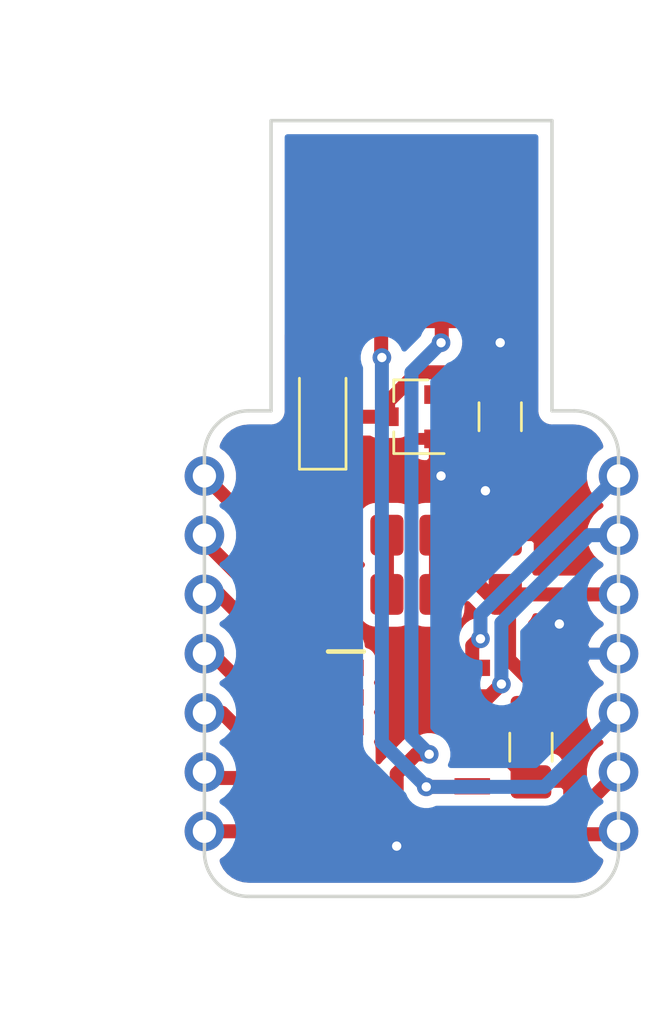
<source format=kicad_pcb>
(kicad_pcb (version 20171130) (host pcbnew 5.1.5-52549c5~84~ubuntu18.04.1)

  (general
    (thickness 1.6)
    (drawings 17)
    (tracks 119)
    (zones 0)
    (modules 12)
    (nets 19)
  )

  (page A4)
  (layers
    (0 F.Cu signal)
    (31 B.Cu signal)
    (32 B.Adhes user)
    (33 F.Adhes user)
    (34 B.Paste user)
    (35 F.Paste user)
    (36 B.SilkS user)
    (37 F.SilkS user)
    (38 B.Mask user)
    (39 F.Mask user)
    (40 Dwgs.User user)
    (41 Cmts.User user)
    (42 Eco1.User user)
    (43 Eco2.User user)
    (44 Edge.Cuts user)
    (45 Margin user)
    (46 B.CrtYd user)
    (47 F.CrtYd user)
    (48 B.Fab user)
    (49 F.Fab user)
  )

  (setup
    (last_trace_width 0.6)
    (user_trace_width 0.2032)
    (user_trace_width 0.4)
    (user_trace_width 0.5)
    (user_trace_width 0.6)
    (user_trace_width 0.8)
    (user_trace_width 1)
    (user_trace_width 2)
    (trace_clearance 0.2)
    (zone_clearance 0.508)
    (zone_45_only no)
    (trace_min 0.2)
    (via_size 0.8)
    (via_drill 0.4)
    (via_min_size 0.4)
    (via_min_drill 0.3)
    (uvia_size 0.3)
    (uvia_drill 0.1)
    (uvias_allowed no)
    (uvia_min_size 0.2)
    (uvia_min_drill 0.1)
    (edge_width 0.05)
    (segment_width 0.2)
    (pcb_text_width 0.3)
    (pcb_text_size 1.5 1.5)
    (mod_edge_width 0.12)
    (mod_text_size 1 1)
    (mod_text_width 0.15)
    (pad_size 1.7 1.7)
    (pad_drill 1)
    (pad_to_mask_clearance 0.051)
    (solder_mask_min_width 0.25)
    (pad_to_paste_clearance -0.0762)
    (aux_axis_origin 0 0)
    (visible_elements FFFFFF7F)
    (pcbplotparams
      (layerselection 0x010fc_ffffffff)
      (usegerberextensions false)
      (usegerberattributes false)
      (usegerberadvancedattributes false)
      (creategerberjobfile false)
      (excludeedgelayer true)
      (linewidth 0.100000)
      (plotframeref false)
      (viasonmask false)
      (mode 1)
      (useauxorigin false)
      (hpglpennumber 1)
      (hpglpenspeed 20)
      (hpglpendiameter 15.000000)
      (psnegative false)
      (psa4output false)
      (plotreference true)
      (plotvalue true)
      (plotinvisibletext false)
      (padsonsilk false)
      (subtractmaskfromsilk false)
      (outputformat 1)
      (mirror false)
      (drillshape 0)
      (scaleselection 1)
      (outputdirectory "/home/greynaga/Desktop/PCBs/Samd11/Breakout_02/Gerbers/"))
  )

  (net 0 "")
  (net 1 GND)
  (net 2 /PA08)
  (net 3 /PA09)
  (net 4 /PA14)
  (net 5 /PA15)
  (net 6 /PA28)
  (net 7 /PA30)
  (net 8 /PA31)
  (net 9 /PA24)
  (net 10 /PA25)
  (net 11 /PA02)
  (net 12 /PA04)
  (net 13 "Net-(D1-Pad1)")
  (net 14 "Net-(D2-Pad1)")
  (net 15 +3V3)
  (net 16 /PA05)
  (net 17 "Net-(C2-Pad1)")
  (net 18 VBUS)

  (net_class Default "This is the default net class."
    (clearance 0.2)
    (trace_width 0.25)
    (via_dia 0.8)
    (via_drill 0.4)
    (uvia_dia 0.3)
    (uvia_drill 0.1)
    (add_net +3V3)
    (add_net /PA02)
    (add_net /PA04)
    (add_net /PA05)
    (add_net /PA08)
    (add_net /PA09)
    (add_net /PA14)
    (add_net /PA15)
    (add_net /PA24)
    (add_net /PA25)
    (add_net /PA28)
    (add_net /PA30)
    (add_net /PA31)
    (add_net GND)
    (add_net "Net-(C2-Pad1)")
    (add_net "Net-(D1-Pad1)")
    (add_net "Net-(D2-Pad1)")
    (add_net VBUS)
  )

  (module Capacitor_SMD:C_1206_3216Metric_Pad1.42x1.75mm_HandSolder (layer F.Cu) (tedit 5B301BBE) (tstamp 5E01546C)
    (at 162.6108 109.4232 270)
    (descr "Capacitor SMD 1206 (3216 Metric), square (rectangular) end terminal, IPC_7351 nominal with elongated pad for handsoldering. (Body size source: http://www.tortai-tech.com/upload/download/2011102023233369053.pdf), generated with kicad-footprint-generator")
    (tags "capacitor handsolder")
    (path /5E01789F)
    (attr smd)
    (fp_text reference C1 (at 0 -1.82 90) (layer F.Fab) hide
      (effects (font (size 1 1) (thickness 0.15)))
    )
    (fp_text value 0.1uF (at 0 1.82 90) (layer F.Fab) hide
      (effects (font (size 1 1) (thickness 0.15)))
    )
    (fp_line (start -1.6 0.8) (end -1.6 -0.8) (layer F.Fab) (width 0.1))
    (fp_line (start -1.6 -0.8) (end 1.6 -0.8) (layer F.Fab) (width 0.1))
    (fp_line (start 1.6 -0.8) (end 1.6 0.8) (layer F.Fab) (width 0.1))
    (fp_line (start 1.6 0.8) (end -1.6 0.8) (layer F.Fab) (width 0.1))
    (fp_line (start -0.602064 -0.91) (end 0.602064 -0.91) (layer F.SilkS) (width 0.12))
    (fp_line (start -0.602064 0.91) (end 0.602064 0.91) (layer F.SilkS) (width 0.12))
    (fp_line (start -2.45 1.12) (end -2.45 -1.12) (layer F.CrtYd) (width 0.05))
    (fp_line (start -2.45 -1.12) (end 2.45 -1.12) (layer F.CrtYd) (width 0.05))
    (fp_line (start 2.45 -1.12) (end 2.45 1.12) (layer F.CrtYd) (width 0.05))
    (fp_line (start 2.45 1.12) (end -2.45 1.12) (layer F.CrtYd) (width 0.05))
    (fp_text user %R (at 0 0 90) (layer F.Fab)
      (effects (font (size 0.8 0.8) (thickness 0.12)))
    )
    (pad 1 smd roundrect (at -1.4875 0 270) (size 1.425 1.75) (layers F.Cu F.Paste F.Mask) (roundrect_rratio 0.175439)
      (net 15 +3V3))
    (pad 2 smd roundrect (at 1.4875 0 270) (size 1.425 1.75) (layers F.Cu F.Paste F.Mask) (roundrect_rratio 0.175439)
      (net 1 GND))
    (model ${KISYS3DMOD}/Capacitor_SMD.3dshapes/C_1206_3216Metric.wrl
      (at (xyz 0 0 0))
      (scale (xyz 1 1 1))
      (rotate (xyz 0 0 0))
    )
  )

  (module SamD11_Breakout:PinHeader_1x07_P2.54mm_Vertical (layer F.Cu) (tedit 5DFF2E53) (tstamp 5DFF346C)
    (at 148.59 97.79)
    (descr "Through hole straight pin header, 1x07, 2.54mm pitch, single row")
    (tags "Through hole pin header THT 1x07 2.54mm single row")
    (path /5E0E6EF4)
    (fp_text reference J1 (at 0 -2.33) (layer F.Fab) hide
      (effects (font (size 1 1) (thickness 0.15)))
    )
    (fp_text value Conn_01x07 (at 0 17.57) (layer F.Fab) hide
      (effects (font (size 1 1) (thickness 0.15)))
    )
    (fp_text user %R (at 0 7.62 90) (layer F.Fab)
      (effects (font (size 1 1) (thickness 0.15)))
    )
    (fp_line (start -1.27 -0.635) (end -0.635 -1.27) (layer F.Fab) (width 0.1))
    (fp_line (start -1.27 16.51) (end -1.27 -0.635) (layer F.Fab) (width 0.1))
    (fp_line (start 1.27 16.51) (end -1.27 16.51) (layer F.Fab) (width 0.1))
    (fp_line (start 1.27 -1.27) (end 1.27 16.51) (layer F.Fab) (width 0.1))
    (fp_line (start -0.635 -1.27) (end 1.27 -1.27) (layer F.Fab) (width 0.1))
    (pad 7 thru_hole oval (at 0 15.24) (size 1.7 1.7) (drill 1) (layers *.Cu *.Mask)
      (net 7 /PA30))
    (pad 6 thru_hole oval (at 0 12.7) (size 1.7 1.7) (drill 1) (layers *.Cu *.Mask)
      (net 6 /PA28))
    (pad 5 thru_hole oval (at 0 10.16) (size 1.7 1.7) (drill 1) (layers *.Cu *.Mask)
      (net 5 /PA15))
    (pad 4 thru_hole oval (at 0 7.62) (size 1.7 1.7) (drill 1) (layers *.Cu *.Mask)
      (net 4 /PA14))
    (pad 3 thru_hole oval (at 0 5.08) (size 1.7 1.7) (drill 1) (layers *.Cu *.Mask)
      (net 3 /PA09))
    (pad 2 thru_hole oval (at 0 2.54) (size 1.7 1.7) (drill 1) (layers *.Cu *.Mask)
      (net 2 /PA08))
    (pad 1 thru_hole circle (at 0 0) (size 1.7 1.7) (drill 1) (layers *.Cu *.Mask)
      (net 16 /PA05))
    (model ${KISYS3DMOD}/Connector_PinHeader_2.54mm.3dshapes/PinHeader_1x07_P2.54mm_Vertical.wrl
      (offset (xyz 0 0 -1.7))
      (scale (xyz 1 1 1))
      (rotate (xyz 0 180 0))
    )
  )

  (module SamD11_Breakout:LED_1206_3216Metric_Pad1.42x1.75mm_HandSolder (layer F.Cu) (tedit 5DFEFECF) (tstamp 5DFF33B6)
    (at 160.02 102.87)
    (descr "LED SMD 1206 (3216 Metric), square (rectangular) end terminal, IPC_7351 nominal, (Body size source: http://www.tortai-tech.com/upload/download/2011102023233369053.pdf), generated with kicad-footprint-generator")
    (tags "LED handsolder")
    (path /5E0CFB41)
    (attr smd)
    (fp_text reference D1 (at 0 0.1016) (layer F.Fab) hide
      (effects (font (size 1 1) (thickness 0.15)))
    )
    (fp_text value POWER (at 0 1.905) (layer F.Fab) hide
      (effects (font (size 1 1) (thickness 0.25)))
    )
    (fp_line (start 1.6 -0.8) (end -1.2 -0.8) (layer F.Fab) (width 0.1))
    (fp_line (start -1.2 -0.8) (end -1.6 -0.4) (layer F.Fab) (width 0.1))
    (fp_line (start -1.6 -0.4) (end -1.6 0.8) (layer F.Fab) (width 0.1))
    (fp_line (start -1.6 0.8) (end 1.6 0.8) (layer F.Fab) (width 0.1))
    (fp_line (start 1.6 0.8) (end 1.6 -0.8) (layer F.Fab) (width 0.1))
    (fp_text user %R (at 0 0) (layer F.Fab)
      (effects (font (size 0.8 0.8) (thickness 0.12)))
    )
    (pad 1 smd roundrect (at -1.4875 0) (size 1.425 1.75) (layers F.Cu F.Paste F.Mask) (roundrect_rratio 0.175439)
      (net 13 "Net-(D1-Pad1)"))
    (pad 2 smd roundrect (at 1.4875 0) (size 1.425 1.75) (layers F.Cu F.Paste F.Mask) (roundrect_rratio 0.175439)
      (net 15 +3V3))
    (model ${KISYS3DMOD}/LED_SMD.3dshapes/LED_1206_3216Metric.wrl
      (at (xyz 0 0 0))
      (scale (xyz 1 1 1))
      (rotate (xyz 0 0 0))
    )
  )

  (module SamD11_Breakout:R_1206_3216Metric_Pad1.42x1.75mm_HandSolder (layer F.Cu) (tedit 5DFEFEFF) (tstamp 5DFF3499)
    (at 154.94 100.33 180)
    (descr "Resistor SMD 1206 (3216 Metric), square (rectangular) end terminal, IPC_7351 nominal with elongated pad for handsoldering. (Body size source: http://www.tortai-tech.com/upload/download/2011102023233369053.pdf), generated with kicad-footprint-generator")
    (tags "resistor handsolder")
    (path /5E0F37E5)
    (attr smd)
    (fp_text reference R2 (at 0 1.7272) (layer F.Fab) hide
      (effects (font (size 1 1) (thickness 0.15)))
    )
    (fp_text value 1K (at 0.0254 -0.1016) (layer F.Fab) hide
      (effects (font (size 1 1) (thickness 0.15)))
    )
    (fp_line (start -1.6 0.8) (end -1.6 -0.8) (layer F.Fab) (width 0.1))
    (fp_line (start -1.6 -0.8) (end 1.6 -0.8) (layer F.Fab) (width 0.1))
    (fp_line (start 1.6 -0.8) (end 1.6 0.8) (layer F.Fab) (width 0.1))
    (fp_line (start 1.6 0.8) (end -1.6 0.8) (layer F.Fab) (width 0.1))
    (fp_text user %R (at 0 0) (layer F.Fab)
      (effects (font (size 0.8 0.8) (thickness 0.12)))
    )
    (pad 1 smd roundrect (at -1.4875 0 180) (size 1.425 1.75) (layers F.Cu F.Paste F.Mask) (roundrect_rratio 0.175439)
      (net 14 "Net-(D2-Pad1)"))
    (pad 2 smd roundrect (at 1.4875 0 180) (size 1.425 1.75) (layers F.Cu F.Paste F.Mask) (roundrect_rratio 0.175439)
      (net 1 GND))
    (model ${KISYS3DMOD}/Resistor_SMD.3dshapes/R_1206_3216Metric.wrl
      (at (xyz 0 0 0))
      (scale (xyz 1 1 1))
      (rotate (xyz 0 0 0))
    )
  )

  (module SamD11_Breakout:LED_1206_3216Metric_Pad1.42x1.75mm_HandSolder (layer F.Cu) (tedit 5DFEFECF) (tstamp 5DFF3440)
    (at 154.94 102.87 180)
    (descr "LED SMD 1206 (3216 Metric), square (rectangular) end terminal, IPC_7351 nominal, (Body size source: http://www.tortai-tech.com/upload/download/2011102023233369053.pdf), generated with kicad-footprint-generator")
    (tags "LED handsolder")
    (path /5E0F37D7)
    (attr smd)
    (fp_text reference D2 (at 0 -1.82) (layer F.Fab) hide
      (effects (font (size 1 1) (thickness 0.15)))
    )
    (fp_text value LED (at 0.254 -1.8542) (layer F.Fab) hide
      (effects (font (size 1 1) (thickness 0.25)))
    )
    (fp_line (start 1.6 -0.8) (end -1.2 -0.8) (layer F.Fab) (width 0.1))
    (fp_line (start -1.2 -0.8) (end -1.6 -0.4) (layer F.Fab) (width 0.1))
    (fp_line (start -1.6 -0.4) (end -1.6 0.8) (layer F.Fab) (width 0.1))
    (fp_line (start -1.6 0.8) (end 1.6 0.8) (layer F.Fab) (width 0.1))
    (fp_line (start 1.6 0.8) (end 1.6 -0.8) (layer F.Fab) (width 0.1))
    (fp_text user %R (at 0 0) (layer F.Fab)
      (effects (font (size 0.8 0.8) (thickness 0.12)))
    )
    (pad 1 smd roundrect (at -1.4875 0 180) (size 1.425 1.75) (layers F.Cu F.Paste F.Mask) (roundrect_rratio 0.175439)
      (net 14 "Net-(D2-Pad1)"))
    (pad 2 smd roundrect (at 1.4875 0 180) (size 1.425 1.75) (layers F.Cu F.Paste F.Mask) (roundrect_rratio 0.175439)
      (net 16 /PA05))
    (model ${KISYS3DMOD}/LED_SMD.3dshapes/LED_1206_3216Metric.wrl
      (at (xyz 0 0 0))
      (scale (xyz 1 1 1))
      (rotate (xyz 0 0 0))
    )
  )

  (module SamD11_Breakout:R_1206_3216Metric_Pad1.42x1.75mm_HandSolder (layer F.Cu) (tedit 5DFEFEFF) (tstamp 5DFF34ED)
    (at 160.02 100.33)
    (descr "Resistor SMD 1206 (3216 Metric), square (rectangular) end terminal, IPC_7351 nominal with elongated pad for handsoldering. (Body size source: http://www.tortai-tech.com/upload/download/2011102023233369053.pdf), generated with kicad-footprint-generator")
    (tags "resistor handsolder")
    (path /5E0E631B)
    (attr smd)
    (fp_text reference R1 (at 0.0508 -1.7272) (layer F.Fab) hide
      (effects (font (size 1 1) (thickness 0.15)))
    )
    (fp_text value 1K (at 0 0.1016) (layer F.Fab) hide
      (effects (font (size 1 1) (thickness 0.15)))
    )
    (fp_line (start -1.6 0.8) (end -1.6 -0.8) (layer F.Fab) (width 0.1))
    (fp_line (start -1.6 -0.8) (end 1.6 -0.8) (layer F.Fab) (width 0.1))
    (fp_line (start 1.6 -0.8) (end 1.6 0.8) (layer F.Fab) (width 0.1))
    (fp_line (start 1.6 0.8) (end -1.6 0.8) (layer F.Fab) (width 0.1))
    (fp_text user %R (at 0 0) (layer F.Fab)
      (effects (font (size 0.8 0.8) (thickness 0.12)))
    )
    (pad 1 smd roundrect (at -1.4875 0) (size 1.425 1.75) (layers F.Cu F.Paste F.Mask) (roundrect_rratio 0.175439)
      (net 13 "Net-(D1-Pad1)"))
    (pad 2 smd roundrect (at 1.4875 0) (size 1.425 1.75) (layers F.Cu F.Paste F.Mask) (roundrect_rratio 0.175439)
      (net 1 GND))
    (model ${KISYS3DMOD}/Resistor_SMD.3dshapes/R_1206_3216Metric.wrl
      (at (xyz 0 0 0))
      (scale (xyz 1 1 1))
      (rotate (xyz 0 0 0))
    )
  )

  (module SamD11_Breakout:SOIC127P600X175-14N (layer F.Cu) (tedit 5DFF142D) (tstamp 5E2D728A)
    (at 157.3784 109.8296)
    (descr "14-pin SOIC150")
    (tags "Integrated Circuit")
    (path /5DFE6907)
    (attr smd)
    (fp_text reference IC2 (at 0 0) (layer F.Fab)
      (effects (font (size 1.27 1.27) (thickness 0.254)))
    )
    (fp_text value ATSAMD11C14A-SSUT (at 0 0) (layer B.Fab) hide
      (effects (font (size 1.27 1.27) (thickness 0.254)))
    )
    (fp_line (start -3.475 -4.51) (end -1.95 -4.51) (layer F.SilkS) (width 0.2))
    (fp_line (start -1.95 -3.055) (end -0.68 -4.325) (layer F.Fab) (width 0.1))
    (fp_line (start -1.95 4.325) (end -1.95 -4.325) (layer F.Fab) (width 0.1))
    (fp_line (start 1.95 4.325) (end -1.95 4.325) (layer F.Fab) (width 0.1))
    (fp_line (start 1.95 -4.325) (end 1.95 4.325) (layer F.Fab) (width 0.1))
    (fp_line (start -1.95 -4.325) (end 1.95 -4.325) (layer F.Fab) (width 0.1))
    (fp_line (start -3.725 4.625) (end -3.725 -4.625) (layer F.CrtYd) (width 0.05))
    (fp_line (start 3.725 4.625) (end -3.725 4.625) (layer F.CrtYd) (width 0.05))
    (fp_line (start 3.725 -4.625) (end 3.725 4.625) (layer F.CrtYd) (width 0.05))
    (fp_line (start -3.725 -4.625) (end 3.725 -4.625) (layer F.CrtYd) (width 0.05))
    (fp_text user %R (at 0 0) (layer F.Fab) hide
      (effects (font (size 1.27 1.27) (thickness 0.254)))
    )
    (pad 14 smd rect (at 2.712 -3.81 90) (size 0.7 1.525) (layers F.Cu F.Paste F.Mask)
      (net 12 /PA04))
    (pad 13 smd rect (at 2.712 -2.54 90) (size 0.7 1.525) (layers F.Cu F.Paste F.Mask)
      (net 11 /PA02))
    (pad 12 smd rect (at 2.712 -1.27 90) (size 0.7 1.525) (layers F.Cu F.Paste F.Mask)
      (net 15 +3V3))
    (pad 11 smd rect (at 2.712 0 90) (size 0.7 1.525) (layers F.Cu F.Paste F.Mask)
      (net 1 GND))
    (pad 10 smd rect (at 2.712 1.27 90) (size 0.7 1.525) (layers F.Cu F.Paste F.Mask)
      (net 10 /PA25))
    (pad 9 smd rect (at 2.712 2.54 90) (size 0.7 1.525) (layers F.Cu F.Paste F.Mask)
      (net 9 /PA24))
    (pad 8 smd rect (at 2.712 3.81 90) (size 0.7 1.525) (layers F.Cu F.Paste F.Mask)
      (net 8 /PA31))
    (pad 7 smd rect (at -2.712 3.81 90) (size 0.7 1.525) (layers F.Cu F.Paste F.Mask)
      (net 7 /PA30))
    (pad 6 smd rect (at -2.712 2.54 90) (size 0.7 1.525) (layers F.Cu F.Paste F.Mask)
      (net 6 /PA28))
    (pad 5 smd rect (at -2.712 1.27 90) (size 0.7 1.525) (layers F.Cu F.Paste F.Mask)
      (net 5 /PA15))
    (pad 4 smd rect (at -2.712 0 90) (size 0.7 1.525) (layers F.Cu F.Paste F.Mask)
      (net 4 /PA14))
    (pad 3 smd rect (at -2.712 -1.27 90) (size 0.7 1.525) (layers F.Cu F.Paste F.Mask)
      (net 3 /PA09))
    (pad 2 smd rect (at -2.712 -2.54 90) (size 0.7 1.525) (layers F.Cu F.Paste F.Mask)
      (net 2 /PA08))
    (pad 1 smd rect (at -2.712 -3.81 90) (size 0.7 1.525) (layers F.Cu F.Paste F.Mask)
      (net 16 /PA05))
    (model ${KISYS3DMOD}/SamacSys_Parts.3dshapes/ATSAMD11C14A-SSUT.stp
      (at (xyz 0 0 0))
      (scale (xyz 1 1 1))
      (rotate (xyz 0 0 0))
    )
    (model ${KISYS3DMOD}/Package_SO.3dshapes/SOIC-14_3.9x8.7mm_P1.27mm.wrl
      (at (xyz 0 0 0))
      (scale (xyz 1 1 1))
      (rotate (xyz 0 0 0))
    )
  )

  (module SamD11_Breakout:PinHeader_1x07_P2.54mm_Vertical (layer F.Cu) (tedit 5DFF2E53) (tstamp 5DFF34C0)
    (at 166.37 97.79)
    (descr "Through hole straight pin header, 1x07, 2.54mm pitch, single row")
    (tags "Through hole pin header THT 1x07 2.54mm single row")
    (path /5E0D8F16)
    (fp_text reference J2 (at 0 -2.33) (layer F.Fab) hide
      (effects (font (size 1 1) (thickness 0.15)))
    )
    (fp_text value Conn_01x07 (at 0 17.57) (layer F.Fab) hide
      (effects (font (size 1 1) (thickness 0.15)))
    )
    (fp_text user %R (at 0 7.62 90) (layer F.Fab)
      (effects (font (size 1 1) (thickness 0.15)))
    )
    (fp_line (start -1.27 -0.635) (end -0.635 -1.27) (layer F.Fab) (width 0.1))
    (fp_line (start -1.27 16.51) (end -1.27 -0.635) (layer F.Fab) (width 0.1))
    (fp_line (start 1.27 16.51) (end -1.27 16.51) (layer F.Fab) (width 0.1))
    (fp_line (start 1.27 -1.27) (end 1.27 16.51) (layer F.Fab) (width 0.1))
    (fp_line (start -0.635 -1.27) (end 1.27 -1.27) (layer F.Fab) (width 0.1))
    (pad 7 thru_hole oval (at 0 15.24) (size 1.7 1.7) (drill 1) (layers *.Cu *.Mask)
      (net 8 /PA31))
    (pad 6 thru_hole oval (at 0 12.7) (size 1.7 1.7) (drill 1) (layers *.Cu *.Mask)
      (net 9 /PA24))
    (pad 5 thru_hole oval (at 0 10.16) (size 1.7 1.7) (drill 1) (layers *.Cu *.Mask)
      (net 10 /PA25))
    (pad 4 thru_hole oval (at 0 7.62) (size 1.7 1.7) (drill 1) (layers *.Cu *.Mask)
      (net 1 GND))
    (pad 3 thru_hole oval (at 0 5.08) (size 1.7 1.7) (drill 1) (layers *.Cu *.Mask)
      (net 15 +3V3))
    (pad 2 thru_hole oval (at 0 2.54) (size 1.7 1.7) (drill 1) (layers *.Cu *.Mask)
      (net 11 /PA02))
    (pad 1 thru_hole circle (at 0 0) (size 1.7 1.7) (drill 1) (layers *.Cu *.Mask)
      (net 12 /PA04))
    (model ${KISYS3DMOD}/Connector_PinHeader_2.54mm.3dshapes/PinHeader_1x07_P2.54mm_Vertical.wrl
      (offset (xyz 0 0 -1.7))
      (scale (xyz 1 1 1))
      (rotate (xyz 0 180 0))
    )
  )

  (module Capacitor_SMD:C_1206_3216Metric_Pad1.42x1.75mm_HandSolder (layer F.Cu) (tedit 5B301BBE) (tstamp 5E2D6932)
    (at 161.29 95.25 270)
    (descr "Capacitor SMD 1206 (3216 Metric), square (rectangular) end terminal, IPC_7351 nominal with elongated pad for handsoldering. (Body size source: http://www.tortai-tech.com/upload/download/2011102023233369053.pdf), generated with kicad-footprint-generator")
    (tags "capacitor handsolder")
    (path /5E337A47)
    (attr smd)
    (fp_text reference C2 (at 0 -1.82 90) (layer F.Fab) hide
      (effects (font (size 1 1) (thickness 0.15)))
    )
    (fp_text value 1uF (at 0 1.82 90) (layer F.Fab)
      (effects (font (size 1 1) (thickness 0.15)))
    )
    (fp_text user %R (at 0 0 90) (layer F.Fab)
      (effects (font (size 0.8 0.8) (thickness 0.12)))
    )
    (fp_line (start 2.45 1.12) (end -2.45 1.12) (layer F.CrtYd) (width 0.05))
    (fp_line (start 2.45 -1.12) (end 2.45 1.12) (layer F.CrtYd) (width 0.05))
    (fp_line (start -2.45 -1.12) (end 2.45 -1.12) (layer F.CrtYd) (width 0.05))
    (fp_line (start -2.45 1.12) (end -2.45 -1.12) (layer F.CrtYd) (width 0.05))
    (fp_line (start -0.602064 0.91) (end 0.602064 0.91) (layer F.SilkS) (width 0.12))
    (fp_line (start -0.602064 -0.91) (end 0.602064 -0.91) (layer F.SilkS) (width 0.12))
    (fp_line (start 1.6 0.8) (end -1.6 0.8) (layer F.Fab) (width 0.1))
    (fp_line (start 1.6 -0.8) (end 1.6 0.8) (layer F.Fab) (width 0.1))
    (fp_line (start -1.6 -0.8) (end 1.6 -0.8) (layer F.Fab) (width 0.1))
    (fp_line (start -1.6 0.8) (end -1.6 -0.8) (layer F.Fab) (width 0.1))
    (pad 2 smd roundrect (at 1.4875 0 270) (size 1.425 1.75) (layers F.Cu F.Paste F.Mask) (roundrect_rratio 0.175439)
      (net 1 GND))
    (pad 1 smd roundrect (at -1.4875 0 270) (size 1.425 1.75) (layers F.Cu F.Paste F.Mask) (roundrect_rratio 0.175439)
      (net 17 "Net-(C2-Pad1)"))
    (model ${KISYS3DMOD}/Capacitor_SMD.3dshapes/C_1206_3216Metric.wrl
      (at (xyz 0 0 0))
      (scale (xyz 1 1 1))
      (rotate (xyz 0 0 0))
    )
  )

  (module Diode_SMD:D_SOD-123 (layer F.Cu) (tedit 58645DC7) (tstamp 5E2D694B)
    (at 153.67 95.25 90)
    (descr SOD-123)
    (tags SOD-123)
    (path /5E32BE5F)
    (attr smd)
    (fp_text reference D3 (at 0 -2 90) (layer F.Fab) hide
      (effects (font (size 1 1) (thickness 0.15)))
    )
    (fp_text value MBRA140 (at 0 2.1 90) (layer F.Fab) hide
      (effects (font (size 1 1) (thickness 0.15)))
    )
    (fp_text user %R (at 0 -2 90) (layer F.Fab) hide
      (effects (font (size 1 1) (thickness 0.15)))
    )
    (fp_line (start -2.25 -1) (end -2.25 1) (layer F.SilkS) (width 0.12))
    (fp_line (start 0.25 0) (end 0.75 0) (layer F.Fab) (width 0.1))
    (fp_line (start 0.25 0.4) (end -0.35 0) (layer F.Fab) (width 0.1))
    (fp_line (start 0.25 -0.4) (end 0.25 0.4) (layer F.Fab) (width 0.1))
    (fp_line (start -0.35 0) (end 0.25 -0.4) (layer F.Fab) (width 0.1))
    (fp_line (start -0.35 0) (end -0.35 0.55) (layer F.Fab) (width 0.1))
    (fp_line (start -0.35 0) (end -0.35 -0.55) (layer F.Fab) (width 0.1))
    (fp_line (start -0.75 0) (end -0.35 0) (layer F.Fab) (width 0.1))
    (fp_line (start -1.4 0.9) (end -1.4 -0.9) (layer F.Fab) (width 0.1))
    (fp_line (start 1.4 0.9) (end -1.4 0.9) (layer F.Fab) (width 0.1))
    (fp_line (start 1.4 -0.9) (end 1.4 0.9) (layer F.Fab) (width 0.1))
    (fp_line (start -1.4 -0.9) (end 1.4 -0.9) (layer F.Fab) (width 0.1))
    (fp_line (start -2.35 -1.15) (end 2.35 -1.15) (layer F.CrtYd) (width 0.05))
    (fp_line (start 2.35 -1.15) (end 2.35 1.15) (layer F.CrtYd) (width 0.05))
    (fp_line (start 2.35 1.15) (end -2.35 1.15) (layer F.CrtYd) (width 0.05))
    (fp_line (start -2.35 -1.15) (end -2.35 1.15) (layer F.CrtYd) (width 0.05))
    (fp_line (start -2.25 1) (end 1.65 1) (layer F.SilkS) (width 0.12))
    (fp_line (start -2.25 -1) (end 1.65 -1) (layer F.SilkS) (width 0.12))
    (pad 1 smd rect (at -1.65 0 90) (size 0.9 1.2) (layers F.Cu F.Paste F.Mask)
      (net 17 "Net-(C2-Pad1)"))
    (pad 2 smd rect (at 1.65 0 90) (size 0.9 1.2) (layers F.Cu F.Paste F.Mask)
      (net 18 VBUS))
    (model ${KISYS3DMOD}/Diode_SMD.3dshapes/D_SOD-123.wrl
      (at (xyz 0 0 0))
      (scale (xyz 1 1 1))
      (rotate (xyz 0 0 0))
    )
  )

  (module Package_TO_SOT_SMD:SOT-23 (layer F.Cu) (tedit 5A02FF57) (tstamp 5E2D6960)
    (at 157.48 95.25 180)
    (descr "SOT-23, Standard")
    (tags SOT-23)
    (path /5E3215AD)
    (attr smd)
    (fp_text reference U1 (at 0 -2.5) (layer F.Fab) hide
      (effects (font (size 1 1) (thickness 0.15)))
    )
    (fp_text value MCP1700-3302E_SOT23 (at 0 2.5) (layer F.Fab) hide
      (effects (font (size 1 1) (thickness 0.15)))
    )
    (fp_line (start 0.76 1.58) (end -0.7 1.58) (layer F.SilkS) (width 0.12))
    (fp_line (start 0.76 -1.58) (end -1.4 -1.58) (layer F.SilkS) (width 0.12))
    (fp_line (start -1.7 1.75) (end -1.7 -1.75) (layer F.CrtYd) (width 0.05))
    (fp_line (start 1.7 1.75) (end -1.7 1.75) (layer F.CrtYd) (width 0.05))
    (fp_line (start 1.7 -1.75) (end 1.7 1.75) (layer F.CrtYd) (width 0.05))
    (fp_line (start -1.7 -1.75) (end 1.7 -1.75) (layer F.CrtYd) (width 0.05))
    (fp_line (start 0.76 -1.58) (end 0.76 -0.65) (layer F.SilkS) (width 0.12))
    (fp_line (start 0.76 1.58) (end 0.76 0.65) (layer F.SilkS) (width 0.12))
    (fp_line (start -0.7 1.52) (end 0.7 1.52) (layer F.Fab) (width 0.1))
    (fp_line (start 0.7 -1.52) (end 0.7 1.52) (layer F.Fab) (width 0.1))
    (fp_line (start -0.7 -0.95) (end -0.15 -1.52) (layer F.Fab) (width 0.1))
    (fp_line (start -0.15 -1.52) (end 0.7 -1.52) (layer F.Fab) (width 0.1))
    (fp_line (start -0.7 -0.95) (end -0.7 1.5) (layer F.Fab) (width 0.1))
    (fp_text user %R (at 0 0 90) (layer F.Fab)
      (effects (font (size 0.5 0.5) (thickness 0.075)))
    )
    (pad 3 smd rect (at 1 0 180) (size 0.9 0.8) (layers F.Cu F.Paste F.Mask)
      (net 17 "Net-(C2-Pad1)"))
    (pad 2 smd rect (at -1 0.95 180) (size 0.9 0.8) (layers F.Cu F.Paste F.Mask)
      (net 15 +3V3))
    (pad 1 smd rect (at -1 -0.95 180) (size 0.9 0.8) (layers F.Cu F.Paste F.Mask)
      (net 1 GND))
    (model ${KISYS3DMOD}/Package_TO_SOT_SMD.3dshapes/SOT-23.wrl
      (at (xyz 0 0 0))
      (scale (xyz 1 1 1))
      (rotate (xyz 0 0 0))
    )
  )

  (module Connector_USB:USB_A_Plug_PCB (layer F.Cu) (tedit 542BB0AF) (tstamp 5E2D696B)
    (at 157.48 82.55 180)
    (path /5E45D4F1)
    (attr virtual)
    (fp_text reference U2 (at 0.13 -7.85 180) (layer F.SilkS) hide
      (effects (font (size 1.5 1.5) (thickness 0.15)))
    )
    (fp_text value USB_A_Plug_PCB (at 0.29 -10.13 180) (layer F.SilkS) hide
      (effects (font (size 1.5 1.5) (thickness 0.15)))
    )
    (fp_line (start -6.03 0) (end -6.03 -12) (layer Dwgs.User) (width 0.15))
    (fp_line (start 6.03 0) (end -6.03 0) (layer Dwgs.User) (width 0.15))
    (fp_line (start 6.03 0) (end 6.03 -12) (layer Dwgs.User) (width 0.15))
    (pad 2 connect rect (at 1.3 -5.15 180) (size 2 7.5) (layers F.Cu F.Mask)
      (net 10 /PA25))
    (pad 3 connect rect (at -1.3 -5.15 180) (size 2 7.5) (layers F.Cu F.Mask)
      (net 9 /PA24))
    (pad 4 connect rect (at -3.81 -4.9 180) (size 1.9 8) (layers F.Cu F.Mask)
      (net 1 GND))
    (pad 1 connect rect (at 3.81 -4.9 180) (size 1.9 8) (layers F.Cu F.Mask)
      (net 18 VBUS))
  )

  (gr_arc (start 164.465 113.919) (end 164.465 115.824) (angle -90) (layer Edge.Cuts) (width 0.15) (tstamp 5E2D7B4F))
  (gr_arc (start 150.495 113.919) (end 148.59 113.919) (angle -90) (layer Edge.Cuts) (width 0.15) (tstamp 5E2D7B3C))
  (gr_line (start 163.5125 82.55) (end 163.5125 94.996) (layer Edge.Cuts) (width 0.15) (tstamp 5E2D57FE))
  (gr_line (start 151.4525 82.555) (end 151.4525 94.996) (layer Edge.Cuts) (width 0.15) (tstamp 5E2D57EC))
  (dimension 12.06 (width 0.15) (layer Dwgs.User)
    (gr_text "12.060 mm" (at 157.48 80.8182) (layer Dwgs.User)
      (effects (font (size 1 1) (thickness 0.15)))
    )
    (feature1 (pts (xy 163.51 83.185) (xy 163.51 81.531779)))
    (feature2 (pts (xy 151.45 83.185) (xy 151.45 81.531779)))
    (crossbar (pts (xy 151.45 82.1182) (xy 163.51 82.1182)))
    (arrow1a (pts (xy 163.51 82.1182) (xy 162.383496 82.704621)))
    (arrow1b (pts (xy 163.51 82.1182) (xy 162.383496 81.531779)))
    (arrow2a (pts (xy 151.45 82.1182) (xy 152.576504 82.704621)))
    (arrow2b (pts (xy 151.45 82.1182) (xy 152.576504 81.531779)))
  )
  (gr_line (start 151.4525 82.55) (end 163.5125 82.55) (layer Edge.Cuts) (width 0.15) (tstamp 5E2D57D9))
  (gr_line (start 163.5125 94.996) (end 164.465 94.996) (layer Edge.Cuts) (width 0.15) (tstamp 5E2D578F))
  (dimension 19.05 (width 0.12) (layer F.Fab) (tstamp 5E2D7264)
    (gr_text "19.050 mm" (at 143.51 105.41 90) (layer F.Fab) (tstamp 5E2D7264)
      (effects (font (size 1 1) (thickness 0.15)) hide)
    )
    (feature1 (pts (xy 149.86 95.885) (xy 144.193579 95.885)))
    (feature2 (pts (xy 149.86 114.935) (xy 144.193579 114.935)))
    (crossbar (pts (xy 144.78 114.935) (xy 144.78 95.885)))
    (arrow1a (pts (xy 144.78 95.885) (xy 145.366421 97.011504)))
    (arrow1b (pts (xy 144.78 95.885) (xy 144.193579 97.011504)))
    (arrow2a (pts (xy 144.78 114.935) (xy 145.366421 113.808496)))
    (arrow2b (pts (xy 144.78 114.935) (xy 144.193579 113.808496)))
  )
  (dimension 20.32 (width 0.12) (layer F.Fab) (tstamp 5E2D726A)
    (gr_text "20.320 mm" (at 157.48 121.92) (layer F.Fab) (tstamp 5E2D726A)
      (effects (font (size 1 1) (thickness 0.15)) hide)
    )
    (feature1 (pts (xy 147.32 113.03) (xy 147.32 121.236421)))
    (feature2 (pts (xy 167.64 113.03) (xy 167.64 121.236421)))
    (crossbar (pts (xy 167.64 120.65) (xy 147.32 120.65)))
    (arrow1a (pts (xy 147.32 120.65) (xy 148.446504 120.063579)))
    (arrow1b (pts (xy 147.32 120.65) (xy 148.446504 121.236421)))
    (arrow2a (pts (xy 167.64 120.65) (xy 166.513496 120.063579)))
    (arrow2b (pts (xy 167.64 120.65) (xy 166.513496 121.236421)))
  )
  (dimension 17.78 (width 0.12) (layer F.Fab) (tstamp 5DFF28F9)
    (gr_text "17.780 mm" (at 157.48 78.105) (layer F.Fab) (tstamp 5DFF28F9)
      (effects (font (size 1 1) (thickness 0.15)) hide)
    )
    (feature1 (pts (xy 166.37 97.79) (xy 166.37 78.788579)))
    (feature2 (pts (xy 148.59 97.79) (xy 148.59 78.788579)))
    (crossbar (pts (xy 148.59 79.375) (xy 166.37 79.375)))
    (arrow1a (pts (xy 166.37 79.375) (xy 165.243496 79.961421)))
    (arrow1b (pts (xy 166.37 79.375) (xy 165.243496 78.788579)))
    (arrow2a (pts (xy 148.59 79.375) (xy 149.716504 79.961421)))
    (arrow2b (pts (xy 148.59 79.375) (xy 149.716504 78.788579)))
  )
  (gr_arc (start 150.495 96.901) (end 150.495 94.996) (angle -90) (layer Edge.Cuts) (width 0.15) (tstamp 5DFF34AE))
  (dimension 8.89 (width 0.12) (layer F.Fab) (tstamp 5E2D725E)
    (gr_text "8.890 mm" (at 153.035 118.11) (layer F.Fab) (tstamp 5E2D725E)
      (effects (font (size 1 1) (thickness 0.15)) hide)
    )
    (feature1 (pts (xy 157.48 97.79) (xy 157.48 117.426421)))
    (feature2 (pts (xy 148.59 97.79) (xy 148.59 117.426421)))
    (crossbar (pts (xy 148.59 116.84) (xy 157.48 116.84)))
    (arrow1a (pts (xy 157.48 116.84) (xy 156.353496 117.426421)))
    (arrow1b (pts (xy 157.48 116.84) (xy 156.353496 116.253579)))
    (arrow2a (pts (xy 148.59 116.84) (xy 149.716504 117.426421)))
    (arrow2b (pts (xy 148.59 116.84) (xy 149.716504 116.253579)))
  )
  (gr_line (start 148.59 113.919) (end 148.59 96.901) (layer Edge.Cuts) (width 0.15) (tstamp 5DFF33A6))
  (gr_line (start 164.465 115.824) (end 150.495 115.824) (layer Edge.Cuts) (width 0.15) (tstamp 5E2D72D7))
  (gr_arc (start 164.465 96.901) (end 166.37 96.901) (angle -90) (layer Edge.Cuts) (width 0.15) (tstamp 5DFF33CD))
  (gr_line (start 166.37 96.901) (end 166.37 113.919) (layer Edge.Cuts) (width 0.15) (tstamp 5E2D8154))
  (gr_line (start 150.495 94.996) (end 151.4525 94.996) (layer Edge.Cuts) (width 0.15) (tstamp 5DFF3457))

  (segment (start 161.5297 109.8296) (end 162.6108 110.9107) (width 0.6) (layer F.Cu) (net 1))
  (segment (start 160.0904 109.8296) (end 161.5297 109.8296) (width 0.6) (layer F.Cu) (net 1))
  (via (at 161.29 92.075) (size 0.8) (drill 0.4) (layers F.Cu B.Cu) (net 1))
  (segment (start 161.29 87.45) (end 161.29 92.075) (width 0.6) (layer F.Cu) (net 1))
  (via (at 156.845 113.665) (size 0.8) (drill 0.4) (layers F.Cu B.Cu) (net 1))
  (via (at 163.83 104.14) (size 0.8) (drill 0.4) (layers F.Cu B.Cu) (net 1))
  (via (at 158.75 97.79) (size 0.8) (drill 0.4) (layers F.Cu B.Cu) (net 1))
  (segment (start 158.75 96.47) (end 158.48 96.2) (width 0.6) (layer F.Cu) (net 1))
  (segment (start 158.75 97.79) (end 158.75 96.47) (width 0.6) (layer F.Cu) (net 1))
  (segment (start 159.0675 97.79) (end 158.75 97.79) (width 0.6) (layer B.Cu) (net 1))
  (segment (start 161.29 92.075) (end 161.29 95.5675) (width 0.6) (layer B.Cu) (net 1))
  (segment (start 161.29 95.5675) (end 159.0675 97.79) (width 0.6) (layer B.Cu) (net 1))
  (segment (start 158.75 97.79) (end 159.385 98.425) (width 0.6) (layer B.Cu) (net 1))
  (via (at 160.655 98.425) (size 0.8) (drill 0.4) (layers F.Cu B.Cu) (net 1))
  (segment (start 159.385 98.425) (end 160.655 98.425) (width 0.6) (layer B.Cu) (net 1))
  (segment (start 160.655 98.425) (end 161.29 97.79) (width 0.6) (layer F.Cu) (net 1))
  (segment (start 161.29 97.79) (end 161.29 96.7375) (width 0.6) (layer F.Cu) (net 1))
  (segment (start 153.5176 107.2896) (end 154.6664 107.2896) (width 0.6) (layer F.Cu) (net 2))
  (segment (start 152.4 106.172) (end 153.5176 107.2896) (width 0.6) (layer F.Cu) (net 2))
  (segment (start 152.4 104.394) (end 152.4 106.172) (width 0.6) (layer F.Cu) (net 2))
  (segment (start 148.59 100.33) (end 148.59 100.584) (width 0.6) (layer F.Cu) (net 2))
  (segment (start 148.59 100.584) (end 152.4 104.394) (width 0.6) (layer F.Cu) (net 2))
  (segment (start 149.225 102.87) (end 148.59 102.87) (width 0.6) (layer F.Cu) (net 3))
  (segment (start 151.511 105.156) (end 149.225 102.87) (width 0.6) (layer F.Cu) (net 3))
  (segment (start 151.511 106.68) (end 151.511 105.156) (width 0.6) (layer F.Cu) (net 3))
  (segment (start 154.6664 108.5596) (end 153.3906 108.5596) (width 0.6) (layer F.Cu) (net 3))
  (segment (start 153.3906 108.5596) (end 151.511 106.68) (width 0.6) (layer F.Cu) (net 3))
  (segment (start 148.9075 105.41) (end 148.59 105.41) (width 0.6) (layer F.Cu) (net 4))
  (segment (start 154.6664 109.8296) (end 153.3271 109.8296) (width 0.6) (layer F.Cu) (net 4))
  (segment (start 153.3271 109.8296) (end 148.9075 105.41) (width 0.6) (layer F.Cu) (net 4))
  (segment (start 150.749 109.347) (end 149.352 107.95) (width 0.6) (layer F.Cu) (net 5))
  (segment (start 149.352 107.95) (end 148.59 107.95) (width 0.6) (layer F.Cu) (net 5))
  (segment (start 151.384 109.347) (end 150.749 109.347) (width 0.6) (layer F.Cu) (net 5))
  (segment (start 154.6664 111.0996) (end 153.1366 111.0996) (width 0.6) (layer F.Cu) (net 5))
  (segment (start 153.1366 111.0996) (end 151.384 109.347) (width 0.6) (layer F.Cu) (net 5))
  (segment (start 148.844 110.744) (end 148.59 110.49) (width 0.6) (layer F.Cu) (net 6))
  (segment (start 151.384 110.744) (end 148.844 110.744) (width 0.6) (layer F.Cu) (net 6))
  (segment (start 154.6664 112.3696) (end 153.0096 112.3696) (width 0.6) (layer F.Cu) (net 6))
  (segment (start 153.0096 112.3696) (end 151.384 110.744) (width 0.6) (layer F.Cu) (net 6))
  (segment (start 154.6664 113.6396) (end 153.0096 113.6396) (width 0.6) (layer F.Cu) (net 7))
  (segment (start 153.0096 113.6396) (end 152.4 113.03) (width 0.6) (layer F.Cu) (net 7))
  (segment (start 152.4 113.03) (end 148.59 113.03) (width 0.6) (layer F.Cu) (net 7))
  (segment (start 161.925 113.157) (end 166.243 113.157) (width 0.6) (layer F.Cu) (net 8))
  (segment (start 161.417 113.665) (end 161.925 113.157) (width 0.6) (layer F.Cu) (net 8))
  (segment (start 160.0904 113.6396) (end 160.1158 113.665) (width 0.6) (layer F.Cu) (net 8))
  (segment (start 166.243 113.157) (end 166.37 113.03) (width 0.6) (layer F.Cu) (net 8))
  (segment (start 160.1158 113.665) (end 161.417 113.665) (width 0.6) (layer F.Cu) (net 8))
  (via (at 158.242 109.728) (size 0.8) (drill 0.4) (layers F.Cu B.Cu) (net 9))
  (segment (start 156.845 110.559315) (end 157.676315 109.728) (width 0.6) (layer F.Cu) (net 9))
  (segment (start 156.845 111.633) (end 156.845 110.559315) (width 0.6) (layer F.Cu) (net 9))
  (segment (start 157.676315 109.728) (end 158.242 109.728) (width 0.6) (layer F.Cu) (net 9))
  (segment (start 160.0904 112.3696) (end 157.5816 112.3696) (width 0.6) (layer F.Cu) (net 9))
  (segment (start 157.5816 112.3696) (end 156.845 111.633) (width 0.6) (layer F.Cu) (net 9))
  (segment (start 158.78 92.045) (end 158.75 92.075) (width 0.6) (layer F.Cu) (net 9))
  (via (at 158.75 92.075) (size 0.8) (drill 0.4) (layers F.Cu B.Cu) (net 9))
  (segment (start 158.78 87.7) (end 158.78 92.045) (width 0.6) (layer F.Cu) (net 9))
  (segment (start 164.503011 112.356989) (end 165.520001 111.339999) (width 0.6) (layer F.Cu) (net 9))
  (segment (start 165.520001 111.339999) (end 166.37 110.49) (width 0.6) (layer F.Cu) (net 9))
  (segment (start 161.465511 112.356989) (end 164.503011 112.356989) (width 0.6) (layer F.Cu) (net 9))
  (segment (start 161.4529 112.3696) (end 161.465511 112.356989) (width 0.6) (layer F.Cu) (net 9))
  (segment (start 160.0904 112.3696) (end 161.4529 112.3696) (width 0.6) (layer F.Cu) (net 9))
  (segment (start 157.48 108.966) (end 158.242 109.728) (width 0.6) (layer B.Cu) (net 9))
  (segment (start 158.75 92.075) (end 157.48 93.345) (width 0.6) (layer B.Cu) (net 9))
  (segment (start 157.48 93.345) (end 157.48 108.966) (width 0.6) (layer B.Cu) (net 9))
  (segment (start 166.37 107.95) (end 163.195 111.125) (width 0.6) (layer B.Cu) (net 10))
  (segment (start 163.195 111.125) (end 158.115 111.125) (width 0.6) (layer B.Cu) (net 10))
  (via (at 158.115 111.125) (size 0.8) (drill 0.4) (layers F.Cu B.Cu) (net 10))
  (segment (start 160.065 111.125) (end 160.0904 111.0996) (width 0.6) (layer F.Cu) (net 10))
  (segment (start 158.115 111.125) (end 160.065 111.125) (width 0.6) (layer F.Cu) (net 10))
  (via (at 156.21 92.71) (size 0.8) (drill 0.4) (layers F.Cu B.Cu) (net 10))
  (segment (start 156.18 87.7) (end 156.18 92.68) (width 0.6) (layer F.Cu) (net 10))
  (segment (start 156.18 92.68) (end 156.21 92.71) (width 0.6) (layer F.Cu) (net 10))
  (segment (start 156.21 109.22) (end 158.115 111.125) (width 0.6) (layer B.Cu) (net 10))
  (segment (start 156.21 92.71) (end 156.21 109.22) (width 0.6) (layer B.Cu) (net 10))
  (via (at 161.3421 106.716998) (size 0.8) (drill 0.4) (layers F.Cu B.Cu) (net 11))
  (segment (start 160.0904 107.2896) (end 160.769498 107.2896) (width 0.6) (layer F.Cu) (net 11))
  (segment (start 160.769498 107.2896) (end 161.3421 106.716998) (width 0.6) (layer F.Cu) (net 11))
  (segment (start 165.1 100.33) (end 166.37 100.33) (width 0.6) (layer B.Cu) (net 11))
  (segment (start 161.3421 104.0879) (end 165.1 100.33) (width 0.6) (layer B.Cu) (net 11))
  (segment (start 161.3421 106.716998) (end 161.3421 104.0879) (width 0.6) (layer B.Cu) (net 11))
  (segment (start 160.385 104.775) (end 160.44209 104.775) (width 0.6) (layer F.Cu) (net 12))
  (segment (start 166.37 97.79) (end 160.44209 103.71791) (width 0.6) (layer B.Cu) (net 12))
  (segment (start 160.0904 105.0696) (end 160.385 104.775) (width 0.6) (layer F.Cu) (net 12))
  (segment (start 160.0904 106.0196) (end 160.0904 105.0696) (width 0.6) (layer F.Cu) (net 12))
  (via (at 160.44209 104.775) (size 0.8) (drill 0.4) (layers F.Cu B.Cu) (net 12))
  (segment (start 160.44209 103.71791) (end 160.44209 104.775) (width 0.6) (layer B.Cu) (net 12))
  (segment (start 158.5325 100.33) (end 158.5325 102.87) (width 0.6) (layer F.Cu) (net 13))
  (segment (start 156.4275 100.33) (end 156.4275 102.87) (width 0.6) (layer F.Cu) (net 14))
  (segment (start 159.74501 101.82001) (end 160.795 102.87) (width 0.6) (layer F.Cu) (net 15))
  (segment (start 159.74501 95.51501) (end 159.74501 101.82001) (width 0.6) (layer F.Cu) (net 15))
  (segment (start 160.795 102.87) (end 161.5075 102.87) (width 0.6) (layer F.Cu) (net 15))
  (segment (start 158.53 94.3) (end 159.74501 95.51501) (width 0.6) (layer F.Cu) (net 15))
  (segment (start 158.48 94.3) (end 158.53 94.3) (width 0.6) (layer F.Cu) (net 15))
  (segment (start 166.37 102.87) (end 165.167919 102.87) (width 0.6) (layer F.Cu) (net 15))
  (segment (start 162.5965 107.95) (end 162.6108 107.9357) (width 0.6) (layer F.Cu) (net 15))
  (segment (start 161.671 107.95) (end 162.5965 107.95) (width 0.6) (layer F.Cu) (net 15))
  (segment (start 160.0904 108.5596) (end 161.0614 108.5596) (width 0.6) (layer F.Cu) (net 15))
  (segment (start 161.0614 108.5596) (end 161.671 107.95) (width 0.6) (layer F.Cu) (net 15))
  (segment (start 165.167919 102.87) (end 161.5075 102.87) (width 0.6) (layer F.Cu) (net 15))
  (segment (start 161.671 103.0335) (end 161.5075 102.87) (width 0.6) (layer F.Cu) (net 15))
  (segment (start 161.671 105.664) (end 161.671 103.0335) (width 0.6) (layer F.Cu) (net 15))
  (segment (start 162.6108 107.9357) (end 162.6108 106.6038) (width 0.6) (layer F.Cu) (net 15))
  (segment (start 162.6108 106.6038) (end 161.671 105.664) (width 0.6) (layer F.Cu) (net 15))
  (segment (start 153.4525 103.9225) (end 153.4525 102.87) (width 0.6) (layer F.Cu) (net 16))
  (segment (start 154.6664 106.0196) (end 154.6664 105.1364) (width 0.6) (layer F.Cu) (net 16))
  (segment (start 154.6664 105.1364) (end 153.4525 103.9225) (width 0.6) (layer F.Cu) (net 16))
  (segment (start 152.4 102.87) (end 153.4525 102.87) (width 0.6) (layer F.Cu) (net 16))
  (segment (start 150.495 100.965) (end 152.4 102.87) (width 0.6) (layer F.Cu) (net 16))
  (segment (start 148.59 97.79) (end 150.495 99.695) (width 0.6) (layer F.Cu) (net 16))
  (segment (start 150.495 99.695) (end 150.495 100.965) (width 0.6) (layer F.Cu) (net 16))
  (segment (start 153.67 95.885) (end 154.305 95.25) (width 0.6) (layer F.Cu) (net 17))
  (segment (start 153.67 96.9) (end 153.67 95.885) (width 0.6) (layer F.Cu) (net 17))
  (segment (start 154.305 95.25) (end 156.48 95.25) (width 0.6) (layer F.Cu) (net 17))
  (segment (start 156.48 95.25) (end 156.48 94.599) (width 0.6) (layer F.Cu) (net 17))
  (segment (start 156.48 94.599) (end 157.734 93.345) (width 0.6) (layer F.Cu) (net 17))
  (segment (start 157.734 93.345) (end 160.02 93.345) (width 0.6) (layer F.Cu) (net 17))
  (segment (start 160.02 93.345) (end 160.4375 93.7625) (width 0.6) (layer F.Cu) (net 17))
  (segment (start 160.4375 93.7625) (end 161.29 93.7625) (width 0.6) (layer F.Cu) (net 17))
  (segment (start 153.67 87.45) (end 153.67 93.6) (width 0.6) (layer F.Cu) (net 18))

  (zone (net 1) (net_name GND) (layer F.Cu) (tstamp 5E2D8BC7) (hatch edge 0.508)
    (connect_pads (clearance 0.508))
    (min_thickness 0.254)
    (fill yes (arc_segments 32) (thermal_gap 0.508) (thermal_bridge_width 0.508))
    (polygon
      (pts
        (xy 167.64 116.205) (xy 147.32 116.205) (xy 147.32 81.28) (xy 167.64 81.28)
      )
    )
    (filled_polygon
      (pts
        (xy 156.180656 112.297344) (xy 156.216341 112.32663) (xy 156.88797 112.998259) (xy 156.917256 113.033944) (xy 157.059628 113.150786)
        (xy 157.16548 113.207365) (xy 157.222059 113.237607) (xy 157.398308 113.291072) (xy 157.5816 113.309124) (xy 157.627535 113.3046)
        (xy 158.689828 113.3046) (xy 158.689828 113.9896) (xy 158.702088 114.114082) (xy 158.738398 114.23378) (xy 158.797363 114.344094)
        (xy 158.876715 114.440785) (xy 158.973406 114.520137) (xy 159.08372 114.579102) (xy 159.203418 114.615412) (xy 159.3279 114.627672)
        (xy 160.8529 114.627672) (xy 160.977382 114.615412) (xy 161.028189 114.6) (xy 161.371068 114.6) (xy 161.417 114.604524)
        (xy 161.462932 114.6) (xy 161.600292 114.586471) (xy 161.77654 114.533007) (xy 161.938972 114.446186) (xy 162.081344 114.329344)
        (xy 162.11063 114.293659) (xy 162.312289 114.092) (xy 165.331893 114.092) (xy 165.423368 114.183475) (xy 165.590262 114.29499)
        (xy 165.566684 114.373084) (xy 165.457506 114.578417) (xy 165.310522 114.758637) (xy 165.131333 114.906876) (xy 164.926761 115.017488)
        (xy 164.704606 115.086257) (xy 164.440655 115.114) (xy 150.529729 115.114) (xy 150.263551 115.087901) (xy 150.040916 115.020684)
        (xy 149.835583 114.911506) (xy 149.655363 114.764522) (xy 149.507124 114.585333) (xy 149.396512 114.380761) (xy 149.369923 114.294866)
        (xy 149.536632 114.183475) (xy 149.743475 113.976632) (xy 149.751247 113.965) (xy 152.012711 113.965) (xy 152.315966 114.268254)
        (xy 152.345256 114.303944) (xy 152.487628 114.420786) (xy 152.557124 114.457932) (xy 152.650059 114.507607) (xy 152.826308 114.561072)
        (xy 153.0096 114.579124) (xy 153.055535 114.5746) (xy 153.651297 114.5746) (xy 153.65972 114.579102) (xy 153.779418 114.615412)
        (xy 153.9039 114.627672) (xy 155.4289 114.627672) (xy 155.553382 114.615412) (xy 155.67308 114.579102) (xy 155.783394 114.520137)
        (xy 155.880085 114.440785) (xy 155.959437 114.344094) (xy 156.018402 114.23378) (xy 156.054712 114.114082) (xy 156.066972 113.9896)
        (xy 156.066972 113.2896) (xy 156.054712 113.165118) (xy 156.018402 113.04542) (xy 155.996583 113.0046) (xy 156.018402 112.96378)
        (xy 156.054712 112.844082) (xy 156.066972 112.7196) (xy 156.066972 112.158819)
      )
    )
    (filled_polygon
      (pts
        (xy 165.216525 103.816632) (xy 165.423368 104.023475) (xy 165.605534 104.145195) (xy 165.488645 104.214822) (xy 165.272412 104.409731)
        (xy 165.098359 104.64308) (xy 164.973175 104.905901) (xy 164.928524 105.05311) (xy 165.049845 105.283) (xy 165.66 105.283)
        (xy 165.660001 105.537) (xy 165.049845 105.537) (xy 164.928524 105.76689) (xy 164.973175 105.914099) (xy 165.098359 106.17692)
        (xy 165.272412 106.410269) (xy 165.488645 106.605178) (xy 165.605534 106.674805) (xy 165.423368 106.796525) (xy 165.216525 107.003368)
        (xy 165.05401 107.246589) (xy 164.942068 107.516842) (xy 164.885 107.80374) (xy 164.885 108.09626) (xy 164.942068 108.383158)
        (xy 165.05401 108.653411) (xy 165.216525 108.896632) (xy 165.423368 109.103475) (xy 165.59776 109.22) (xy 165.423368 109.336525)
        (xy 165.216525 109.543368) (xy 165.05401 109.786589) (xy 164.942068 110.056842) (xy 164.885 110.34374) (xy 164.885 110.63626)
        (xy 164.887729 110.649981) (xy 164.122376 111.415335) (xy 164.1208 111.19645) (xy 163.96205 111.0377) (xy 162.7378 111.0377)
        (xy 162.7378 111.0577) (xy 162.4838 111.0577) (xy 162.4838 111.0377) (xy 162.4638 111.0377) (xy 162.4638 110.7837)
        (xy 162.4838 110.7837) (xy 162.4838 109.72195) (xy 162.7378 109.72195) (xy 162.7378 110.7837) (xy 163.96205 110.7837)
        (xy 164.1208 110.62495) (xy 164.123872 110.1982) (xy 164.111612 110.073718) (xy 164.075302 109.95402) (xy 164.016337 109.843706)
        (xy 163.936985 109.747015) (xy 163.840294 109.667663) (xy 163.72998 109.608698) (xy 163.610282 109.572388) (xy 163.4858 109.560128)
        (xy 162.89655 109.5632) (xy 162.7378 109.72195) (xy 162.4838 109.72195) (xy 162.32505 109.5632) (xy 161.7358 109.560128)
        (xy 161.611318 109.572388) (xy 161.49162 109.608698) (xy 161.381306 109.667663) (xy 161.338737 109.702598) (xy 161.329152 109.702598)
        (xy 161.4879 109.54385) (xy 161.490972 109.4796) (xy 161.482605 109.394647) (xy 161.583372 109.340786) (xy 161.7089 109.237768)
        (xy 161.812546 109.269208) (xy 161.9858 109.286272) (xy 163.2358 109.286272) (xy 163.409054 109.269208) (xy 163.57565 109.218672)
        (xy 163.729186 109.136605) (xy 163.863762 109.026162) (xy 163.974205 108.891586) (xy 164.056272 108.73805) (xy 164.106808 108.571454)
        (xy 164.123872 108.3982) (xy 164.123872 107.4732) (xy 164.106808 107.299946) (xy 164.056272 107.13335) (xy 163.974205 106.979814)
        (xy 163.863762 106.845238) (xy 163.729186 106.734795) (xy 163.57565 106.652728) (xy 163.546379 106.643849) (xy 163.550324 106.6038)
        (xy 163.532271 106.420508) (xy 163.478807 106.24426) (xy 163.391986 106.081828) (xy 163.275144 105.939456) (xy 163.239459 105.91017)
        (xy 162.606 105.276711) (xy 162.606 104.113168) (xy 162.708405 103.988386) (xy 162.790472 103.83485) (xy 162.799527 103.805)
        (xy 165.208753 103.805)
      )
    )
    (filled_polygon
      (pts
        (xy 152.189463 91.804494) (xy 152.268815 91.901185) (xy 152.365506 91.980537) (xy 152.47582 92.039502) (xy 152.595518 92.075812)
        (xy 152.72 92.088072) (xy 152.735001 92.088072) (xy 152.735001 92.609043) (xy 152.715506 92.619463) (xy 152.618815 92.698815)
        (xy 152.539463 92.795506) (xy 152.480498 92.90582) (xy 152.444188 93.025518) (xy 152.431928 93.15) (xy 152.431928 94.05)
        (xy 152.444188 94.174482) (xy 152.480498 94.29418) (xy 152.539463 94.404494) (xy 152.618815 94.501185) (xy 152.715506 94.580537)
        (xy 152.82582 94.639502) (xy 152.945518 94.675812) (xy 153.07 94.688072) (xy 153.544639 94.688072) (xy 153.041336 95.191375)
        (xy 153.005657 95.220656) (xy 152.888815 95.363028) (xy 152.808405 95.513465) (xy 152.801994 95.52546) (xy 152.748529 95.701709)
        (xy 152.730476 95.885) (xy 152.732952 95.910138) (xy 152.715506 95.919463) (xy 152.618815 95.998815) (xy 152.539463 96.095506)
        (xy 152.480498 96.20582) (xy 152.444188 96.325518) (xy 152.431928 96.45) (xy 152.431928 97.35) (xy 152.444188 97.474482)
        (xy 152.480498 97.59418) (xy 152.539463 97.704494) (xy 152.618815 97.801185) (xy 152.715506 97.880537) (xy 152.82582 97.939502)
        (xy 152.945518 97.975812) (xy 153.07 97.988072) (xy 154.27 97.988072) (xy 154.394482 97.975812) (xy 154.51418 97.939502)
        (xy 154.624494 97.880537) (xy 154.721185 97.801185) (xy 154.800537 97.704494) (xy 154.859502 97.59418) (xy 154.895812 97.474482)
        (xy 154.908072 97.35) (xy 154.908072 96.6) (xy 157.391928 96.6) (xy 157.404188 96.724482) (xy 157.440498 96.84418)
        (xy 157.499463 96.954494) (xy 157.578815 97.051185) (xy 157.675506 97.130537) (xy 157.78582 97.189502) (xy 157.905518 97.225812)
        (xy 158.03 97.238072) (xy 158.19425 97.235) (xy 158.353 97.07625) (xy 158.353 96.327) (xy 157.55375 96.327)
        (xy 157.395 96.48575) (xy 157.391928 96.6) (xy 154.908072 96.6) (xy 154.908072 96.45) (xy 154.895812 96.325518)
        (xy 154.859502 96.20582) (xy 154.848373 96.185) (xy 155.683856 96.185) (xy 155.78582 96.239502) (xy 155.905518 96.275812)
        (xy 156.03 96.288072) (xy 156.93 96.288072) (xy 157.054482 96.275812) (xy 157.17418 96.239502) (xy 157.284494 96.180537)
        (xy 157.381185 96.101185) (xy 157.460537 96.004494) (xy 157.469143 95.988393) (xy 157.55375 96.073) (xy 158.353 96.073)
        (xy 158.353 96.053) (xy 158.607 96.053) (xy 158.607 96.073) (xy 158.627 96.073) (xy 158.627 96.327)
        (xy 158.607 96.327) (xy 158.607 97.07625) (xy 158.76575 97.235) (xy 158.81001 97.235828) (xy 158.810011 98.816928)
        (xy 158.07 98.816928) (xy 157.896746 98.833992) (xy 157.73015 98.884528) (xy 157.576614 98.966595) (xy 157.48 99.045884)
        (xy 157.383386 98.966595) (xy 157.22985 98.884528) (xy 157.063254 98.833992) (xy 156.89 98.816928) (xy 155.965 98.816928)
        (xy 155.791746 98.833992) (xy 155.62515 98.884528) (xy 155.471614 98.966595) (xy 155.337038 99.077038) (xy 155.226595 99.211614)
        (xy 155.144528 99.36515) (xy 155.093992 99.531746) (xy 155.076928 99.705) (xy 155.076928 100.955) (xy 155.093992 101.128254)
        (xy 155.144528 101.29485) (xy 155.226595 101.448386) (xy 155.337038 101.582962) (xy 155.357799 101.6) (xy 155.337038 101.617038)
        (xy 155.226595 101.751614) (xy 155.144528 101.90515) (xy 155.093992 102.071746) (xy 155.076928 102.245) (xy 155.076928 103.495)
        (xy 155.093992 103.668254) (xy 155.144528 103.83485) (xy 155.226595 103.988386) (xy 155.337038 104.122962) (xy 155.471614 104.233405)
        (xy 155.62515 104.315472) (xy 155.791746 104.366008) (xy 155.965 104.383072) (xy 156.89 104.383072) (xy 157.063254 104.366008)
        (xy 157.22985 104.315472) (xy 157.383386 104.233405) (xy 157.48 104.154116) (xy 157.576614 104.233405) (xy 157.73015 104.315472)
        (xy 157.896746 104.366008) (xy 158.07 104.383072) (xy 158.995 104.383072) (xy 159.168254 104.366008) (xy 159.33485 104.315472)
        (xy 159.488386 104.233405) (xy 159.622962 104.122962) (xy 159.733405 103.988386) (xy 159.815472 103.83485) (xy 159.866008 103.668254)
        (xy 159.883072 103.495) (xy 159.883072 103.280362) (xy 160.101374 103.498664) (xy 160.130656 103.534344) (xy 160.163454 103.561261)
        (xy 160.173992 103.668254) (xy 160.203973 103.767087) (xy 160.140192 103.779774) (xy 159.951834 103.857795) (xy 159.782316 103.971063)
        (xy 159.638153 104.115226) (xy 159.524885 104.284744) (xy 159.505028 104.332683) (xy 159.461736 104.375975) (xy 159.426057 104.405256)
        (xy 159.309215 104.547628) (xy 159.27351 104.614428) (xy 159.222394 104.71006) (xy 159.168929 104.886309) (xy 159.151878 105.059422)
        (xy 159.08372 105.080098) (xy 158.973406 105.139063) (xy 158.876715 105.218415) (xy 158.797363 105.315106) (xy 158.738398 105.42542)
        (xy 158.702088 105.545118) (xy 158.689828 105.6696) (xy 158.689828 106.3696) (xy 158.702088 106.494082) (xy 158.738398 106.61378)
        (xy 158.760217 106.6546) (xy 158.738398 106.69542) (xy 158.702088 106.815118) (xy 158.689828 106.9396) (xy 158.689828 107.6396)
        (xy 158.702088 107.764082) (xy 158.738398 107.88378) (xy 158.760217 107.9246) (xy 158.738398 107.96542) (xy 158.702088 108.085118)
        (xy 158.689828 108.2096) (xy 158.689828 108.793221) (xy 158.543898 108.732774) (xy 158.343939 108.693) (xy 158.140061 108.693)
        (xy 157.940102 108.732774) (xy 157.794705 108.793) (xy 157.722247 108.793) (xy 157.676315 108.788476) (xy 157.630383 108.793)
        (xy 157.493023 108.806529) (xy 157.316775 108.859993) (xy 157.154343 108.946814) (xy 157.011971 109.063656) (xy 156.982685 109.099341)
        (xy 156.216336 109.86569) (xy 156.180657 109.894971) (xy 156.066972 110.033496) (xy 156.066972 109.4796) (xy 156.054712 109.355118)
        (xy 156.018402 109.23542) (xy 155.996583 109.1946) (xy 156.018402 109.15378) (xy 156.054712 109.034082) (xy 156.066972 108.9096)
        (xy 156.066972 108.2096) (xy 156.054712 108.085118) (xy 156.018402 107.96542) (xy 155.996583 107.9246) (xy 156.018402 107.88378)
        (xy 156.054712 107.764082) (xy 156.066972 107.6396) (xy 156.066972 106.9396) (xy 156.054712 106.815118) (xy 156.018402 106.69542)
        (xy 155.996583 106.6546) (xy 156.018402 106.61378) (xy 156.054712 106.494082) (xy 156.066972 106.3696) (xy 156.066972 105.6696)
        (xy 156.054712 105.545118) (xy 156.018402 105.42542) (xy 155.959437 105.315106) (xy 155.880085 105.218415) (xy 155.783394 105.139063)
        (xy 155.67308 105.080098) (xy 155.59814 105.057365) (xy 155.587871 104.953108) (xy 155.573551 104.905901) (xy 155.534407 104.77686)
        (xy 155.447586 104.614428) (xy 155.330744 104.472056) (xy 155.295059 104.44277) (xy 154.718636 103.866347) (xy 154.735472 103.83485)
        (xy 154.786008 103.668254) (xy 154.803072 103.495) (xy 154.803072 102.245) (xy 154.786008 102.071746) (xy 154.735472 101.90515)
        (xy 154.653405 101.751614) (xy 154.591628 101.676338) (xy 154.616185 101.656185) (xy 154.695537 101.559494) (xy 154.754502 101.44918)
        (xy 154.790812 101.329482) (xy 154.803072 101.205) (xy 154.8 100.61575) (xy 154.64125 100.457) (xy 153.5795 100.457)
        (xy 153.5795 100.477) (xy 153.3255 100.477) (xy 153.3255 100.457) (xy 152.26375 100.457) (xy 152.105 100.61575)
        (xy 152.101928 101.205) (xy 152.106805 101.254516) (xy 151.43 100.577711) (xy 151.43 99.740932) (xy 151.434524 99.695)
        (xy 151.416471 99.511708) (xy 151.399269 99.455) (xy 152.101928 99.455) (xy 152.105 100.04425) (xy 152.26375 100.203)
        (xy 153.3255 100.203) (xy 153.3255 98.97875) (xy 153.5795 98.97875) (xy 153.5795 100.203) (xy 154.64125 100.203)
        (xy 154.8 100.04425) (xy 154.803072 99.455) (xy 154.790812 99.330518) (xy 154.754502 99.21082) (xy 154.695537 99.100506)
        (xy 154.616185 99.003815) (xy 154.519494 98.924463) (xy 154.40918 98.865498) (xy 154.289482 98.829188) (xy 154.165 98.816928)
        (xy 153.73825 98.82) (xy 153.5795 98.97875) (xy 153.3255 98.97875) (xy 153.16675 98.82) (xy 152.74 98.816928)
        (xy 152.615518 98.829188) (xy 152.49582 98.865498) (xy 152.385506 98.924463) (xy 152.288815 99.003815) (xy 152.209463 99.100506)
        (xy 152.150498 99.21082) (xy 152.114188 99.330518) (xy 152.101928 99.455) (xy 151.399269 99.455) (xy 151.385172 99.408529)
        (xy 151.363007 99.33546) (xy 151.276186 99.173028) (xy 151.159344 99.030656) (xy 151.12366 99.001371) (xy 150.072271 97.949982)
        (xy 150.075 97.93626) (xy 150.075 97.64374) (xy 150.017932 97.356842) (xy 149.90599 97.086589) (xy 149.743475 96.843368)
        (xy 149.536632 96.636525) (xy 149.369738 96.52501) (xy 149.393315 96.446919) (xy 149.502495 96.241581) (xy 149.649479 96.061361)
        (xy 149.828668 95.913123) (xy 150.03324 95.802511) (xy 150.255397 95.733742) (xy 150.519344 95.706) (xy 151.417623 95.706)
        (xy 151.4525 95.709435) (xy 151.487377 95.706) (xy 151.591684 95.695727) (xy 151.72552 95.655128) (xy 151.848863 95.5892)
        (xy 151.956975 95.500475) (xy 152.0457 95.392363) (xy 152.111628 95.26902) (xy 152.152227 95.135184) (xy 152.165935 94.996)
        (xy 152.1625 94.961123) (xy 152.1625 91.754051)
      )
    )
    (filled_polygon
      (pts
        (xy 160.2174 109.7026) (xy 160.2374 109.7026) (xy 160.2374 109.9566) (xy 160.2174 109.9566) (xy 160.2174 109.9766)
        (xy 159.9634 109.9766) (xy 159.9634 109.9566) (xy 159.9434 109.9566) (xy 159.9434 109.7026) (xy 159.9634 109.7026)
        (xy 159.9634 109.6826) (xy 160.2174 109.6826)
      )
    )
    (filled_polygon
      (pts
        (xy 162.802501 94.961113) (xy 162.799065 94.996) (xy 162.812773 95.135184) (xy 162.853372 95.26902) (xy 162.9193 95.392363)
        (xy 163.008025 95.500475) (xy 163.116137 95.5892) (xy 163.23948 95.655128) (xy 163.373316 95.695727) (xy 163.477623 95.706)
        (xy 163.5125 95.709435) (xy 163.547377 95.706) (xy 164.430272 95.706) (xy 164.696446 95.732098) (xy 164.919081 95.799315)
        (xy 165.124419 95.908495) (xy 165.304639 96.055479) (xy 165.452877 96.234668) (xy 165.563489 96.43924) (xy 165.590077 96.525134)
        (xy 165.423368 96.636525) (xy 165.216525 96.843368) (xy 165.05401 97.086589) (xy 164.942068 97.356842) (xy 164.885 97.64374)
        (xy 164.885 97.93626) (xy 164.942068 98.223158) (xy 165.05401 98.493411) (xy 165.216525 98.736632) (xy 165.423368 98.943475)
        (xy 165.59776 99.06) (xy 165.423368 99.176525) (xy 165.216525 99.383368) (xy 165.05401 99.626589) (xy 164.942068 99.896842)
        (xy 164.885 100.18374) (xy 164.885 100.47626) (xy 164.942068 100.763158) (xy 165.05401 101.033411) (xy 165.216525 101.276632)
        (xy 165.423368 101.483475) (xy 165.59776 101.6) (xy 165.423368 101.716525) (xy 165.216525 101.923368) (xy 165.208753 101.935)
        (xy 162.799527 101.935) (xy 162.790472 101.90515) (xy 162.708405 101.751614) (xy 162.646628 101.676338) (xy 162.671185 101.656185)
        (xy 162.750537 101.559494) (xy 162.809502 101.44918) (xy 162.845812 101.329482) (xy 162.858072 101.205) (xy 162.855 100.61575)
        (xy 162.69625 100.457) (xy 161.6345 100.457) (xy 161.6345 100.477) (xy 161.3805 100.477) (xy 161.3805 100.457)
        (xy 161.3605 100.457) (xy 161.3605 100.203) (xy 161.3805 100.203) (xy 161.3805 98.97875) (xy 161.6345 98.97875)
        (xy 161.6345 100.203) (xy 162.69625 100.203) (xy 162.855 100.04425) (xy 162.858072 99.455) (xy 162.845812 99.330518)
        (xy 162.809502 99.21082) (xy 162.750537 99.100506) (xy 162.671185 99.003815) (xy 162.574494 98.924463) (xy 162.46418 98.865498)
        (xy 162.344482 98.829188) (xy 162.22 98.816928) (xy 161.79325 98.82) (xy 161.6345 98.97875) (xy 161.3805 98.97875)
        (xy 161.22175 98.82) (xy 160.795 98.816928) (xy 160.68001 98.828253) (xy 160.68001 98.08669) (xy 161.00425 98.085)
        (xy 161.163 97.92625) (xy 161.163 96.8645) (xy 161.417 96.8645) (xy 161.417 97.92625) (xy 161.57575 98.085)
        (xy 162.165 98.088072) (xy 162.289482 98.075812) (xy 162.40918 98.039502) (xy 162.519494 97.980537) (xy 162.616185 97.901185)
        (xy 162.695537 97.804494) (xy 162.754502 97.69418) (xy 162.790812 97.574482) (xy 162.803072 97.45) (xy 162.8 97.02325)
        (xy 162.64125 96.8645) (xy 161.417 96.8645) (xy 161.163 96.8645) (xy 161.143 96.8645) (xy 161.143 96.6105)
        (xy 161.163 96.6105) (xy 161.163 95.54875) (xy 161.417 95.54875) (xy 161.417 96.6105) (xy 162.64125 96.6105)
        (xy 162.8 96.45175) (xy 162.803072 96.025) (xy 162.790812 95.900518) (xy 162.754502 95.78082) (xy 162.695537 95.670506)
        (xy 162.616185 95.573815) (xy 162.519494 95.494463) (xy 162.40918 95.435498) (xy 162.289482 95.399188) (xy 162.165 95.386928)
        (xy 161.57575 95.39) (xy 161.417 95.54875) (xy 161.163 95.54875) (xy 161.00425 95.39) (xy 160.672051 95.388268)
        (xy 160.666482 95.331718) (xy 160.613017 95.155469) (xy 160.586207 95.105312) (xy 160.665 95.113072) (xy 161.915 95.113072)
        (xy 162.088254 95.096008) (xy 162.25485 95.045472) (xy 162.408386 94.963405) (xy 162.542962 94.852962) (xy 162.653405 94.718386)
        (xy 162.735472 94.56485) (xy 162.786008 94.398254) (xy 162.802501 94.230798)
      )
    )
    (filled_polygon
      (pts
        (xy 161.417 87.323) (xy 161.437 87.323) (xy 161.437 87.577) (xy 161.417 87.577) (xy 161.417 91.92625)
        (xy 161.57575 92.085) (xy 162.24 92.088072) (xy 162.364482 92.075812) (xy 162.48418 92.039502) (xy 162.594494 91.980537)
        (xy 162.691185 91.901185) (xy 162.770537 91.804494) (xy 162.802501 91.744695) (xy 162.802501 93.294201) (xy 162.786008 93.126746)
        (xy 162.735472 92.96015) (xy 162.653405 92.806614) (xy 162.542962 92.672038) (xy 162.408386 92.561595) (xy 162.25485 92.479528)
        (xy 162.088254 92.428992) (xy 161.915 92.411928) (xy 160.665 92.411928) (xy 160.491746 92.428992) (xy 160.356523 92.470011)
        (xy 160.203292 92.423529) (xy 160.065932 92.41) (xy 160.02 92.405476) (xy 159.974068 92.41) (xy 159.731515 92.41)
        (xy 159.745226 92.376898) (xy 159.785 92.176939) (xy 159.785 92.08758) (xy 159.904482 92.075812) (xy 160.02418 92.039502)
        (xy 160.06 92.020356) (xy 160.09582 92.039502) (xy 160.215518 92.075812) (xy 160.34 92.088072) (xy 161.00425 92.085)
        (xy 161.163 91.92625) (xy 161.163 87.577) (xy 161.143 87.577) (xy 161.143 87.323) (xy 161.163 87.323)
        (xy 161.163 87.303) (xy 161.417 87.303)
      )
    )
  )
  (zone (net 1) (net_name GND) (layer B.Cu) (tstamp 5E2D8BC4) (hatch edge 0.508)
    (connect_pads (clearance 0.508))
    (min_thickness 0.254)
    (fill yes (arc_segments 32) (thermal_gap 0.508) (thermal_bridge_width 0.508))
    (polygon
      (pts
        (xy 167.64 116.205) (xy 147.32 116.205) (xy 147.32 81.28) (xy 167.64 81.28)
      )
    )
    (filled_polygon
      (pts
        (xy 162.802501 94.961113) (xy 162.799065 94.996) (xy 162.812773 95.135184) (xy 162.853372 95.26902) (xy 162.9193 95.392363)
        (xy 163.008025 95.500475) (xy 163.116137 95.5892) (xy 163.23948 95.655128) (xy 163.373316 95.695727) (xy 163.477623 95.706)
        (xy 163.5125 95.709435) (xy 163.547377 95.706) (xy 164.430272 95.706) (xy 164.696446 95.732098) (xy 164.919081 95.799315)
        (xy 165.124419 95.908495) (xy 165.304639 96.055479) (xy 165.452877 96.234668) (xy 165.563489 96.43924) (xy 165.590077 96.525134)
        (xy 165.423368 96.636525) (xy 165.216525 96.843368) (xy 165.05401 97.086589) (xy 164.942068 97.356842) (xy 164.885 97.64374)
        (xy 164.885 97.93626) (xy 164.887729 97.949982) (xy 159.813431 103.02428) (xy 159.777746 103.053566) (xy 159.660904 103.195939)
        (xy 159.574083 103.358371) (xy 159.543487 103.459234) (xy 159.520619 103.534619) (xy 159.502566 103.71791) (xy 159.50709 103.763843)
        (xy 159.507091 104.327703) (xy 159.446864 104.473102) (xy 159.40709 104.673061) (xy 159.40709 104.876939) (xy 159.446864 105.076898)
        (xy 159.524885 105.265256) (xy 159.638153 105.434774) (xy 159.782316 105.578937) (xy 159.951834 105.692205) (xy 160.140192 105.770226)
        (xy 160.340151 105.81) (xy 160.4071 105.81) (xy 160.4071 106.269702) (xy 160.346874 106.4151) (xy 160.3071 106.615059)
        (xy 160.3071 106.818937) (xy 160.346874 107.018896) (xy 160.424895 107.207254) (xy 160.538163 107.376772) (xy 160.682326 107.520935)
        (xy 160.851844 107.634203) (xy 161.040202 107.712224) (xy 161.240161 107.751998) (xy 161.444039 107.751998) (xy 161.643998 107.712224)
        (xy 161.832356 107.634203) (xy 162.001874 107.520935) (xy 162.146037 107.376772) (xy 162.259305 107.207254) (xy 162.337326 107.018896)
        (xy 162.3771 106.818937) (xy 162.3771 106.615059) (xy 162.337326 106.4151) (xy 162.2771 106.269703) (xy 162.2771 104.475189)
        (xy 165.346091 101.406198) (xy 165.423368 101.483475) (xy 165.59776 101.6) (xy 165.423368 101.716525) (xy 165.216525 101.923368)
        (xy 165.05401 102.166589) (xy 164.942068 102.436842) (xy 164.885 102.72374) (xy 164.885 103.01626) (xy 164.942068 103.303158)
        (xy 165.05401 103.573411) (xy 165.216525 103.816632) (xy 165.423368 104.023475) (xy 165.605534 104.145195) (xy 165.488645 104.214822)
        (xy 165.272412 104.409731) (xy 165.098359 104.64308) (xy 164.973175 104.905901) (xy 164.928524 105.05311) (xy 165.049845 105.283)
        (xy 165.66 105.283) (xy 165.660001 105.537) (xy 165.049845 105.537) (xy 164.928524 105.76689) (xy 164.973175 105.914099)
        (xy 165.098359 106.17692) (xy 165.272412 106.410269) (xy 165.488645 106.605178) (xy 165.605534 106.674805) (xy 165.423368 106.796525)
        (xy 165.216525 107.003368) (xy 165.05401 107.246589) (xy 164.942068 107.516842) (xy 164.885 107.80374) (xy 164.885 108.09626)
        (xy 164.887729 108.109981) (xy 162.807711 110.19) (xy 159.170909 110.19) (xy 159.237226 110.029898) (xy 159.277 109.829939)
        (xy 159.277 109.626061) (xy 159.237226 109.426102) (xy 159.159205 109.237744) (xy 159.045937 109.068226) (xy 158.901774 108.924063)
        (xy 158.732256 108.810795) (xy 158.586858 108.750569) (xy 158.415 108.578711) (xy 158.415 93.732289) (xy 159.094859 93.052431)
        (xy 159.240256 92.992205) (xy 159.409774 92.878937) (xy 159.553937 92.734774) (xy 159.667205 92.565256) (xy 159.745226 92.376898)
        (xy 159.785 92.176939) (xy 159.785 91.973061) (xy 159.745226 91.773102) (xy 159.667205 91.584744) (xy 159.553937 91.415226)
        (xy 159.409774 91.271063) (xy 159.240256 91.157795) (xy 159.051898 91.079774) (xy 158.851939 91.04) (xy 158.648061 91.04)
        (xy 158.448102 91.079774) (xy 158.259744 91.157795) (xy 158.090226 91.271063) (xy 157.946063 91.415226) (xy 157.832795 91.584744)
        (xy 157.772569 91.730141) (xy 157.172827 92.329884) (xy 157.127205 92.219744) (xy 157.013937 92.050226) (xy 156.869774 91.906063)
        (xy 156.700256 91.792795) (xy 156.511898 91.714774) (xy 156.311939 91.675) (xy 156.108061 91.675) (xy 155.908102 91.714774)
        (xy 155.719744 91.792795) (xy 155.550226 91.906063) (xy 155.406063 92.050226) (xy 155.292795 92.219744) (xy 155.214774 92.408102)
        (xy 155.175 92.608061) (xy 155.175 92.811939) (xy 155.214774 93.011898) (xy 155.275 93.157295) (xy 155.275001 109.174058)
        (xy 155.270476 109.22) (xy 155.288529 109.403291) (xy 155.295449 109.426102) (xy 155.341994 109.57954) (xy 155.428815 109.741972)
        (xy 155.545657 109.884344) (xy 155.581336 109.913625) (xy 157.137569 111.469858) (xy 157.197795 111.615256) (xy 157.311063 111.784774)
        (xy 157.455226 111.928937) (xy 157.624744 112.042205) (xy 157.813102 112.120226) (xy 158.013061 112.16) (xy 158.216939 112.16)
        (xy 158.416898 112.120226) (xy 158.562295 112.06) (xy 163.149068 112.06) (xy 163.195 112.064524) (xy 163.240932 112.06)
        (xy 163.378292 112.046471) (xy 163.55454 111.993007) (xy 163.716972 111.906186) (xy 163.859344 111.789344) (xy 163.88863 111.753659)
        (xy 164.90508 110.737209) (xy 164.942068 110.923158) (xy 165.05401 111.193411) (xy 165.216525 111.436632) (xy 165.423368 111.643475)
        (xy 165.59776 111.76) (xy 165.423368 111.876525) (xy 165.216525 112.083368) (xy 165.05401 112.326589) (xy 164.942068 112.596842)
        (xy 164.885 112.88374) (xy 164.885 113.17626) (xy 164.942068 113.463158) (xy 165.05401 113.733411) (xy 165.216525 113.976632)
        (xy 165.423368 114.183475) (xy 165.590262 114.29499) (xy 165.566684 114.373084) (xy 165.457506 114.578417) (xy 165.310522 114.758637)
        (xy 165.131333 114.906876) (xy 164.926761 115.017488) (xy 164.704606 115.086257) (xy 164.440655 115.114) (xy 150.529729 115.114)
        (xy 150.263551 115.087901) (xy 150.040916 115.020684) (xy 149.835583 114.911506) (xy 149.655363 114.764522) (xy 149.507124 114.585333)
        (xy 149.396512 114.380761) (xy 149.369923 114.294866) (xy 149.536632 114.183475) (xy 149.743475 113.976632) (xy 149.90599 113.733411)
        (xy 150.017932 113.463158) (xy 150.075 113.17626) (xy 150.075 112.88374) (xy 150.017932 112.596842) (xy 149.90599 112.326589)
        (xy 149.743475 112.083368) (xy 149.536632 111.876525) (xy 149.36224 111.76) (xy 149.536632 111.643475) (xy 149.743475 111.436632)
        (xy 149.90599 111.193411) (xy 150.017932 110.923158) (xy 150.075 110.63626) (xy 150.075 110.34374) (xy 150.017932 110.056842)
        (xy 149.90599 109.786589) (xy 149.743475 109.543368) (xy 149.536632 109.336525) (xy 149.36224 109.22) (xy 149.536632 109.103475)
        (xy 149.743475 108.896632) (xy 149.90599 108.653411) (xy 150.017932 108.383158) (xy 150.075 108.09626) (xy 150.075 107.80374)
        (xy 150.017932 107.516842) (xy 149.90599 107.246589) (xy 149.743475 107.003368) (xy 149.536632 106.796525) (xy 149.36224 106.68)
        (xy 149.536632 106.563475) (xy 149.743475 106.356632) (xy 149.90599 106.113411) (xy 150.017932 105.843158) (xy 150.075 105.55626)
        (xy 150.075 105.26374) (xy 150.017932 104.976842) (xy 149.90599 104.706589) (xy 149.743475 104.463368) (xy 149.536632 104.256525)
        (xy 149.36224 104.14) (xy 149.536632 104.023475) (xy 149.743475 103.816632) (xy 149.90599 103.573411) (xy 150.017932 103.303158)
        (xy 150.075 103.01626) (xy 150.075 102.72374) (xy 150.017932 102.436842) (xy 149.90599 102.166589) (xy 149.743475 101.923368)
        (xy 149.536632 101.716525) (xy 149.36224 101.6) (xy 149.536632 101.483475) (xy 149.743475 101.276632) (xy 149.90599 101.033411)
        (xy 150.017932 100.763158) (xy 150.075 100.47626) (xy 150.075 100.18374) (xy 150.017932 99.896842) (xy 149.90599 99.626589)
        (xy 149.743475 99.383368) (xy 149.536632 99.176525) (xy 149.36224 99.06) (xy 149.536632 98.943475) (xy 149.743475 98.736632)
        (xy 149.90599 98.493411) (xy 150.017932 98.223158) (xy 150.075 97.93626) (xy 150.075 97.64374) (xy 150.017932 97.356842)
        (xy 149.90599 97.086589) (xy 149.743475 96.843368) (xy 149.536632 96.636525) (xy 149.369738 96.52501) (xy 149.393315 96.446919)
        (xy 149.502495 96.241581) (xy 149.649479 96.061361) (xy 149.828668 95.913123) (xy 150.03324 95.802511) (xy 150.255397 95.733742)
        (xy 150.519344 95.706) (xy 151.417623 95.706) (xy 151.4525 95.709435) (xy 151.487377 95.706) (xy 151.591684 95.695727)
        (xy 151.72552 95.655128) (xy 151.848863 95.5892) (xy 151.956975 95.500475) (xy 152.0457 95.392363) (xy 152.111628 95.26902)
        (xy 152.152227 95.135184) (xy 152.165935 94.996) (xy 152.1625 94.961123) (xy 152.1625 83.26) (xy 162.8025 83.26)
      )
    )
  )
)

</source>
